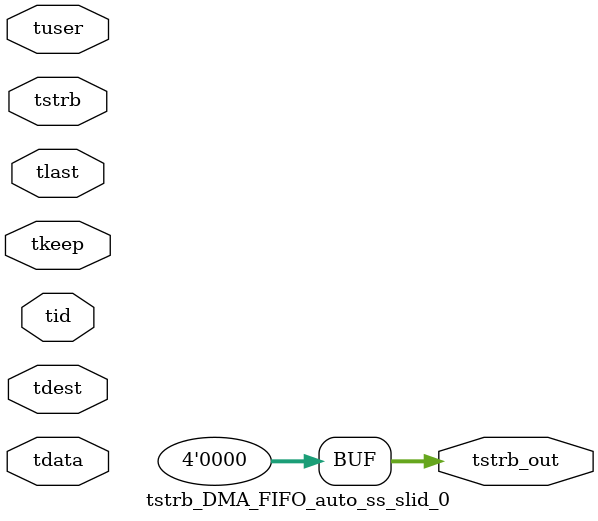
<source format=v>


`timescale 1ps/1ps

module tstrb_DMA_FIFO_auto_ss_slid_0 #
(
parameter C_S_AXIS_TDATA_WIDTH = 32,
parameter C_S_AXIS_TUSER_WIDTH = 0,
parameter C_S_AXIS_TID_WIDTH   = 0,
parameter C_S_AXIS_TDEST_WIDTH = 0,
parameter C_M_AXIS_TDATA_WIDTH = 32
)
(
input  [(C_S_AXIS_TDATA_WIDTH == 0 ? 1 : C_S_AXIS_TDATA_WIDTH)-1:0     ] tdata,
input  [(C_S_AXIS_TUSER_WIDTH == 0 ? 1 : C_S_AXIS_TUSER_WIDTH)-1:0     ] tuser,
input  [(C_S_AXIS_TID_WIDTH   == 0 ? 1 : C_S_AXIS_TID_WIDTH)-1:0       ] tid,
input  [(C_S_AXIS_TDEST_WIDTH == 0 ? 1 : C_S_AXIS_TDEST_WIDTH)-1:0     ] tdest,
input  [(C_S_AXIS_TDATA_WIDTH/8)-1:0 ] tkeep,
input  [(C_S_AXIS_TDATA_WIDTH/8)-1:0 ] tstrb,
input                                                                    tlast,
output [(C_M_AXIS_TDATA_WIDTH/8)-1:0 ] tstrb_out
);

assign tstrb_out = {1'b0};

endmodule


</source>
